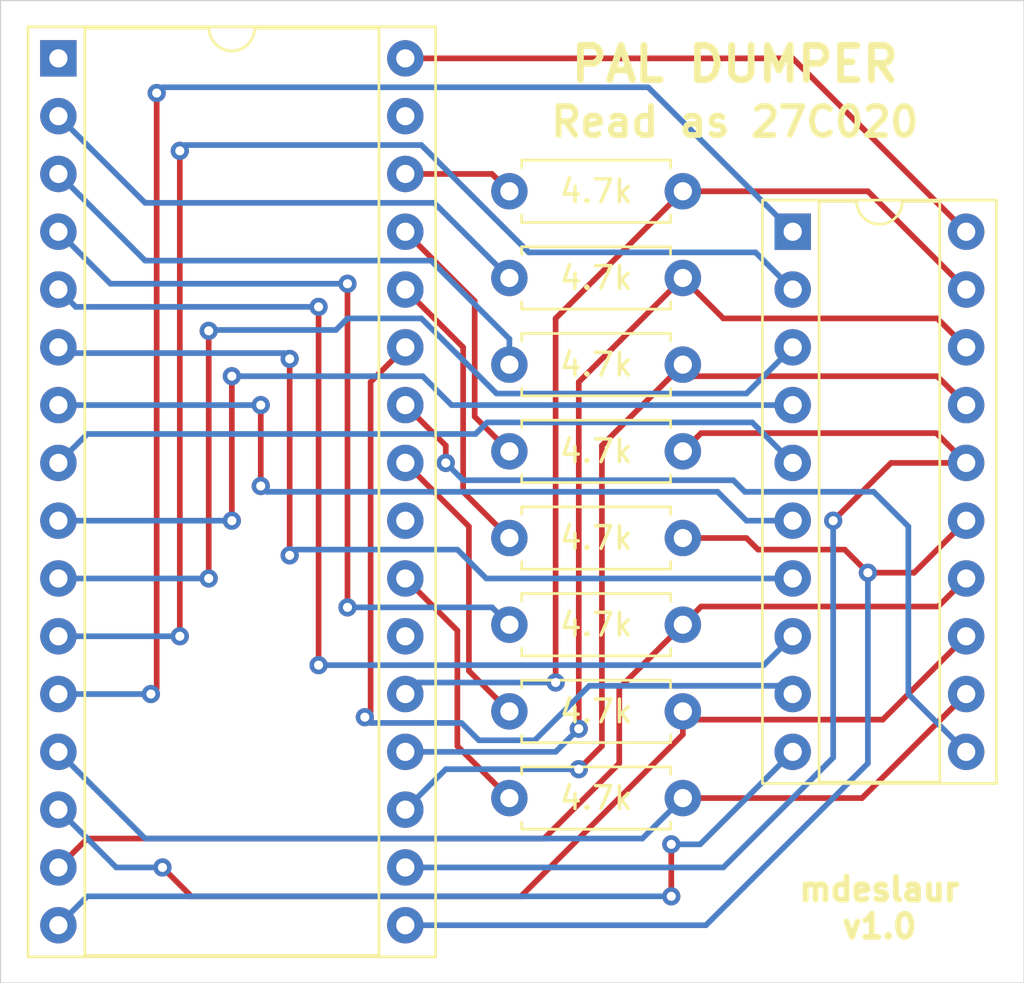
<source format=kicad_pcb>
(kicad_pcb (version 20171130) (host pcbnew 5.1.12-84ad8e8a86~92~ubuntu20.04.1)

  (general
    (thickness 1.6)
    (drawings 7)
    (tracks 192)
    (zones 0)
    (modules 10)
    (nets 33)
  )

  (page USLetter)
  (title_block
    (title "Pal Dumper")
    (date 2022-08-29)
    (rev v1.0)
    (company "Marc Deslauriers")
  )

  (layers
    (0 F.Cu signal)
    (31 B.Cu signal)
    (32 B.Adhes user)
    (33 F.Adhes user)
    (34 B.Paste user)
    (35 F.Paste user)
    (36 B.SilkS user)
    (37 F.SilkS user)
    (38 B.Mask user)
    (39 F.Mask user)
    (40 Dwgs.User user)
    (41 Cmts.User user)
    (42 Eco1.User user)
    (43 Eco2.User user)
    (44 Edge.Cuts user)
    (45 Margin user)
    (46 B.CrtYd user)
    (47 F.CrtYd user)
    (48 B.Fab user)
    (49 F.Fab user hide)
  )

  (setup
    (last_trace_width 0.25)
    (trace_clearance 0.2)
    (zone_clearance 0.508)
    (zone_45_only no)
    (trace_min 0.2)
    (via_size 0.8)
    (via_drill 0.4)
    (via_min_size 0.4)
    (via_min_drill 0.3)
    (uvia_size 0.3)
    (uvia_drill 0.1)
    (uvias_allowed no)
    (uvia_min_size 0.2)
    (uvia_min_drill 0.1)
    (edge_width 0.05)
    (segment_width 0.2)
    (pcb_text_width 0.3)
    (pcb_text_size 1.5 1.5)
    (mod_edge_width 0.12)
    (mod_text_size 1 1)
    (mod_text_width 0.15)
    (pad_size 1.524 1.524)
    (pad_drill 0.762)
    (pad_to_mask_clearance 0)
    (aux_axis_origin 0 0)
    (visible_elements FFFFFF7F)
    (pcbplotparams
      (layerselection 0x010fc_ffffffff)
      (usegerberextensions true)
      (usegerberattributes false)
      (usegerberadvancedattributes false)
      (creategerberjobfile false)
      (excludeedgelayer true)
      (linewidth 0.100000)
      (plotframeref false)
      (viasonmask false)
      (mode 1)
      (useauxorigin false)
      (hpglpennumber 1)
      (hpglpenspeed 20)
      (hpglpendiameter 15.000000)
      (psnegative false)
      (psa4output false)
      (plotreference true)
      (plotvalue false)
      (plotinvisibletext false)
      (padsonsilk false)
      (subtractmaskfromsilk true)
      (outputformat 1)
      (mirror false)
      (drillshape 0)
      (scaleselection 1)
      (outputdirectory "gerbers/"))
  )

  (net 0 "")
  (net 1 "Net-(R1-Pad2)")
  (net 2 "Net-(R1-Pad1)")
  (net 3 "Net-(R2-Pad2)")
  (net 4 "Net-(R2-Pad1)")
  (net 5 "Net-(R3-Pad2)")
  (net 6 "Net-(R3-Pad1)")
  (net 7 "Net-(R4-Pad2)")
  (net 8 "Net-(R4-Pad1)")
  (net 9 "Net-(R5-Pad2)")
  (net 10 "Net-(R5-Pad1)")
  (net 11 "Net-(R6-Pad2)")
  (net 12 "Net-(R6-Pad1)")
  (net 13 "Net-(R7-Pad2)")
  (net 14 "Net-(R7-Pad1)")
  (net 15 "Net-(R8-Pad2)")
  (net 16 "Net-(R8-Pad1)")
  (net 17 "Net-(U1-Pad32)")
  (net 18 "Net-(U1-Pad16)")
  (net 19 "Net-(U1-Pad31)")
  (net 20 "Net-(U1-Pad12)")
  (net 21 "Net-(U1-Pad27)")
  (net 22 "Net-(U1-Pad11)")
  (net 23 "Net-(U1-Pad26)")
  (net 24 "Net-(U1-Pad10)")
  (net 25 "Net-(U1-Pad9)")
  (net 26 "Net-(U1-Pad24)")
  (net 27 "Net-(U1-Pad8)")
  (net 28 "Net-(U1-Pad7)")
  (net 29 "Net-(U1-Pad22)")
  (net 30 "Net-(U1-Pad6)")
  (net 31 "Net-(U1-Pad5)")
  (net 32 "Net-(U1-Pad1)")

  (net_class Default "This is the default net class."
    (clearance 0.2)
    (trace_width 0.25)
    (via_dia 0.8)
    (via_drill 0.4)
    (uvia_dia 0.3)
    (uvia_drill 0.1)
    (add_net "Net-(R1-Pad1)")
    (add_net "Net-(R1-Pad2)")
    (add_net "Net-(R2-Pad1)")
    (add_net "Net-(R2-Pad2)")
    (add_net "Net-(R3-Pad1)")
    (add_net "Net-(R3-Pad2)")
    (add_net "Net-(R4-Pad1)")
    (add_net "Net-(R4-Pad2)")
    (add_net "Net-(R5-Pad1)")
    (add_net "Net-(R5-Pad2)")
    (add_net "Net-(R6-Pad1)")
    (add_net "Net-(R6-Pad2)")
    (add_net "Net-(R7-Pad1)")
    (add_net "Net-(R7-Pad2)")
    (add_net "Net-(R8-Pad1)")
    (add_net "Net-(R8-Pad2)")
    (add_net "Net-(U1-Pad1)")
    (add_net "Net-(U1-Pad10)")
    (add_net "Net-(U1-Pad11)")
    (add_net "Net-(U1-Pad12)")
    (add_net "Net-(U1-Pad16)")
    (add_net "Net-(U1-Pad22)")
    (add_net "Net-(U1-Pad24)")
    (add_net "Net-(U1-Pad26)")
    (add_net "Net-(U1-Pad27)")
    (add_net "Net-(U1-Pad31)")
    (add_net "Net-(U1-Pad32)")
    (add_net "Net-(U1-Pad5)")
    (add_net "Net-(U1-Pad6)")
    (add_net "Net-(U1-Pad7)")
    (add_net "Net-(U1-Pad8)")
    (add_net "Net-(U1-Pad9)")
  )

  (module Resistor_THT:R_Axial_DIN0207_L6.3mm_D2.5mm_P7.62mm_Horizontal (layer F.Cu) (tedit 5AE5139B) (tstamp 630D0807)
    (at 143.764 92.71 180)
    (descr "Resistor, Axial_DIN0207 series, Axial, Horizontal, pin pitch=7.62mm, 0.25W = 1/4W, length*diameter=6.3*2.5mm^2, http://cdn-reichelt.de/documents/datenblatt/B400/1_4W%23YAG.pdf")
    (tags "Resistor Axial_DIN0207 series Axial Horizontal pin pitch 7.62mm 0.25W = 1/4W length 6.3mm diameter 2.5mm")
    (path /630C889F)
    (fp_text reference R5 (at 3.81 0) (layer F.SilkS) hide
      (effects (font (size 1 1) (thickness 0.15)))
    )
    (fp_text value 4.7k (at 3.81 0) (layer F.SilkS)
      (effects (font (size 1 1) (thickness 0.15)))
    )
    (fp_line (start 8.67 -1.5) (end -1.05 -1.5) (layer F.CrtYd) (width 0.05))
    (fp_line (start 8.67 1.5) (end 8.67 -1.5) (layer F.CrtYd) (width 0.05))
    (fp_line (start -1.05 1.5) (end 8.67 1.5) (layer F.CrtYd) (width 0.05))
    (fp_line (start -1.05 -1.5) (end -1.05 1.5) (layer F.CrtYd) (width 0.05))
    (fp_line (start 7.08 1.37) (end 7.08 1.04) (layer F.SilkS) (width 0.12))
    (fp_line (start 0.54 1.37) (end 7.08 1.37) (layer F.SilkS) (width 0.12))
    (fp_line (start 0.54 1.04) (end 0.54 1.37) (layer F.SilkS) (width 0.12))
    (fp_line (start 7.08 -1.37) (end 7.08 -1.04) (layer F.SilkS) (width 0.12))
    (fp_line (start 0.54 -1.37) (end 7.08 -1.37) (layer F.SilkS) (width 0.12))
    (fp_line (start 0.54 -1.04) (end 0.54 -1.37) (layer F.SilkS) (width 0.12))
    (fp_line (start 7.62 0) (end 6.96 0) (layer F.Fab) (width 0.1))
    (fp_line (start 0 0) (end 0.66 0) (layer F.Fab) (width 0.1))
    (fp_line (start 6.96 -1.25) (end 0.66 -1.25) (layer F.Fab) (width 0.1))
    (fp_line (start 6.96 1.25) (end 6.96 -1.25) (layer F.Fab) (width 0.1))
    (fp_line (start 0.66 1.25) (end 6.96 1.25) (layer F.Fab) (width 0.1))
    (fp_line (start 0.66 -1.25) (end 0.66 1.25) (layer F.Fab) (width 0.1))
    (fp_text user %R (at 3.81 0) (layer F.Fab)
      (effects (font (size 1 1) (thickness 0.15)))
    )
    (pad 2 thru_hole oval (at 7.62 0 180) (size 1.6 1.6) (drill 0.8) (layers *.Cu *.Mask)
      (net 9 "Net-(R5-Pad2)"))
    (pad 1 thru_hole circle (at 0 0 180) (size 1.6 1.6) (drill 0.8) (layers *.Cu *.Mask)
      (net 10 "Net-(R5-Pad1)"))
    (model ${KISYS3DMOD}/Resistor_THT.3dshapes/R_Axial_DIN0207_L6.3mm_D2.5mm_P7.62mm_Horizontal.wrl
      (at (xyz 0 0 0))
      (scale (xyz 1 1 1))
      (rotate (xyz 0 0 0))
    )
  )

  (module Package_DIP:DIP-20_W7.62mm_Socket (layer F.Cu) (tedit 5A02E8C5) (tstamp 630D08B8)
    (at 148.59 83.058)
    (descr "20-lead though-hole mounted DIP package, row spacing 7.62 mm (300 mils), Socket")
    (tags "THT DIP DIL PDIP 2.54mm 7.62mm 300mil Socket")
    (path /630C180B)
    (fp_text reference U2 (at 3.81 1.778) (layer F.SilkS) hide
      (effects (font (size 1 1) (thickness 0.15)))
    )
    (fp_text value PAL16V8 (at 3.81 25.19) (layer F.Fab)
      (effects (font (size 1 1) (thickness 0.15)))
    )
    (fp_line (start 9.15 -1.6) (end -1.55 -1.6) (layer F.CrtYd) (width 0.05))
    (fp_line (start 9.15 24.45) (end 9.15 -1.6) (layer F.CrtYd) (width 0.05))
    (fp_line (start -1.55 24.45) (end 9.15 24.45) (layer F.CrtYd) (width 0.05))
    (fp_line (start -1.55 -1.6) (end -1.55 24.45) (layer F.CrtYd) (width 0.05))
    (fp_line (start 8.95 -1.39) (end -1.33 -1.39) (layer F.SilkS) (width 0.12))
    (fp_line (start 8.95 24.25) (end 8.95 -1.39) (layer F.SilkS) (width 0.12))
    (fp_line (start -1.33 24.25) (end 8.95 24.25) (layer F.SilkS) (width 0.12))
    (fp_line (start -1.33 -1.39) (end -1.33 24.25) (layer F.SilkS) (width 0.12))
    (fp_line (start 6.46 -1.33) (end 4.81 -1.33) (layer F.SilkS) (width 0.12))
    (fp_line (start 6.46 24.19) (end 6.46 -1.33) (layer F.SilkS) (width 0.12))
    (fp_line (start 1.16 24.19) (end 6.46 24.19) (layer F.SilkS) (width 0.12))
    (fp_line (start 1.16 -1.33) (end 1.16 24.19) (layer F.SilkS) (width 0.12))
    (fp_line (start 2.81 -1.33) (end 1.16 -1.33) (layer F.SilkS) (width 0.12))
    (fp_line (start 8.89 -1.33) (end -1.27 -1.33) (layer F.Fab) (width 0.1))
    (fp_line (start 8.89 24.19) (end 8.89 -1.33) (layer F.Fab) (width 0.1))
    (fp_line (start -1.27 24.19) (end 8.89 24.19) (layer F.Fab) (width 0.1))
    (fp_line (start -1.27 -1.33) (end -1.27 24.19) (layer F.Fab) (width 0.1))
    (fp_line (start 0.635 -0.27) (end 1.635 -1.27) (layer F.Fab) (width 0.1))
    (fp_line (start 0.635 24.13) (end 0.635 -0.27) (layer F.Fab) (width 0.1))
    (fp_line (start 6.985 24.13) (end 0.635 24.13) (layer F.Fab) (width 0.1))
    (fp_line (start 6.985 -1.27) (end 6.985 24.13) (layer F.Fab) (width 0.1))
    (fp_line (start 1.635 -1.27) (end 6.985 -1.27) (layer F.Fab) (width 0.1))
    (fp_text user %R (at 3.81 11.43) (layer F.Fab)
      (effects (font (size 1 1) (thickness 0.15)))
    )
    (fp_arc (start 3.81 -1.33) (end 2.81 -1.33) (angle -180) (layer F.SilkS) (width 0.12))
    (pad 20 thru_hole oval (at 7.62 0) (size 1.6 1.6) (drill 0.8) (layers *.Cu *.Mask)
      (net 17 "Net-(U1-Pad32)"))
    (pad 10 thru_hole oval (at 0 22.86) (size 1.6 1.6) (drill 0.8) (layers *.Cu *.Mask)
      (net 18 "Net-(U1-Pad16)"))
    (pad 19 thru_hole oval (at 7.62 2.54) (size 1.6 1.6) (drill 0.8) (layers *.Cu *.Mask)
      (net 16 "Net-(R8-Pad1)"))
    (pad 9 thru_hole oval (at 0 20.32) (size 1.6 1.6) (drill 0.8) (layers *.Cu *.Mask)
      (net 21 "Net-(U1-Pad27)"))
    (pad 18 thru_hole oval (at 7.62 5.08) (size 1.6 1.6) (drill 0.8) (layers *.Cu *.Mask)
      (net 14 "Net-(R7-Pad1)"))
    (pad 8 thru_hole oval (at 0 17.78) (size 1.6 1.6) (drill 0.8) (layers *.Cu *.Mask)
      (net 31 "Net-(U1-Pad5)"))
    (pad 17 thru_hole oval (at 7.62 7.62) (size 1.6 1.6) (drill 0.8) (layers *.Cu *.Mask)
      (net 12 "Net-(R6-Pad1)"))
    (pad 7 thru_hole oval (at 0 15.24) (size 1.6 1.6) (drill 0.8) (layers *.Cu *.Mask)
      (net 30 "Net-(U1-Pad6)"))
    (pad 16 thru_hole oval (at 7.62 10.16) (size 1.6 1.6) (drill 0.8) (layers *.Cu *.Mask)
      (net 10 "Net-(R5-Pad1)"))
    (pad 6 thru_hole oval (at 0 12.7) (size 1.6 1.6) (drill 0.8) (layers *.Cu *.Mask)
      (net 28 "Net-(U1-Pad7)"))
    (pad 15 thru_hole oval (at 7.62 12.7) (size 1.6 1.6) (drill 0.8) (layers *.Cu *.Mask)
      (net 8 "Net-(R4-Pad1)"))
    (pad 5 thru_hole oval (at 0 10.16) (size 1.6 1.6) (drill 0.8) (layers *.Cu *.Mask)
      (net 27 "Net-(U1-Pad8)"))
    (pad 14 thru_hole oval (at 7.62 15.24) (size 1.6 1.6) (drill 0.8) (layers *.Cu *.Mask)
      (net 6 "Net-(R3-Pad1)"))
    (pad 4 thru_hole oval (at 0 7.62) (size 1.6 1.6) (drill 0.8) (layers *.Cu *.Mask)
      (net 25 "Net-(U1-Pad9)"))
    (pad 13 thru_hole oval (at 7.62 17.78) (size 1.6 1.6) (drill 0.8) (layers *.Cu *.Mask)
      (net 4 "Net-(R2-Pad1)"))
    (pad 3 thru_hole oval (at 0 5.08) (size 1.6 1.6) (drill 0.8) (layers *.Cu *.Mask)
      (net 24 "Net-(U1-Pad10)"))
    (pad 12 thru_hole oval (at 7.62 20.32) (size 1.6 1.6) (drill 0.8) (layers *.Cu *.Mask)
      (net 2 "Net-(R1-Pad1)"))
    (pad 2 thru_hole oval (at 0 2.54) (size 1.6 1.6) (drill 0.8) (layers *.Cu *.Mask)
      (net 22 "Net-(U1-Pad11)"))
    (pad 11 thru_hole oval (at 7.62 22.86) (size 1.6 1.6) (drill 0.8) (layers *.Cu *.Mask)
      (net 23 "Net-(U1-Pad26)"))
    (pad 1 thru_hole rect (at 0 0) (size 1.6 1.6) (drill 0.8) (layers *.Cu *.Mask)
      (net 20 "Net-(U1-Pad12)"))
    (model ${KISYS3DMOD}/Package_DIP.3dshapes/DIP-20_W7.62mm_Socket.wrl
      (at (xyz 0 0 0))
      (scale (xyz 1 1 1))
      (rotate (xyz 0 0 0))
    )
  )

  (module Package_DIP:DIP-32_W15.24mm_Socket (layer F.Cu) (tedit 5A02E8C5) (tstamp 630D0888)
    (at 116.332 75.438)
    (descr "32-lead though-hole mounted DIP package, row spacing 15.24 mm (600 mils), Socket")
    (tags "THT DIP DIL PDIP 2.54mm 15.24mm 600mil Socket")
    (path /630C0A1F)
    (fp_text reference U1 (at 3.302 -0.254) (layer F.SilkS) hide
      (effects (font (size 1 1) (thickness 0.15)))
    )
    (fp_text value 27C020 (at 7.62 40.43) (layer F.Fab)
      (effects (font (size 1 1) (thickness 0.15)))
    )
    (fp_line (start 16.8 -1.6) (end -1.55 -1.6) (layer F.CrtYd) (width 0.05))
    (fp_line (start 16.8 39.7) (end 16.8 -1.6) (layer F.CrtYd) (width 0.05))
    (fp_line (start -1.55 39.7) (end 16.8 39.7) (layer F.CrtYd) (width 0.05))
    (fp_line (start -1.55 -1.6) (end -1.55 39.7) (layer F.CrtYd) (width 0.05))
    (fp_line (start 16.57 -1.39) (end -1.33 -1.39) (layer F.SilkS) (width 0.12))
    (fp_line (start 16.57 39.49) (end 16.57 -1.39) (layer F.SilkS) (width 0.12))
    (fp_line (start -1.33 39.49) (end 16.57 39.49) (layer F.SilkS) (width 0.12))
    (fp_line (start -1.33 -1.39) (end -1.33 39.49) (layer F.SilkS) (width 0.12))
    (fp_line (start 14.08 -1.33) (end 8.62 -1.33) (layer F.SilkS) (width 0.12))
    (fp_line (start 14.08 39.43) (end 14.08 -1.33) (layer F.SilkS) (width 0.12))
    (fp_line (start 1.16 39.43) (end 14.08 39.43) (layer F.SilkS) (width 0.12))
    (fp_line (start 1.16 -1.33) (end 1.16 39.43) (layer F.SilkS) (width 0.12))
    (fp_line (start 6.62 -1.33) (end 1.16 -1.33) (layer F.SilkS) (width 0.12))
    (fp_line (start 16.51 -1.33) (end -1.27 -1.33) (layer F.Fab) (width 0.1))
    (fp_line (start 16.51 39.43) (end 16.51 -1.33) (layer F.Fab) (width 0.1))
    (fp_line (start -1.27 39.43) (end 16.51 39.43) (layer F.Fab) (width 0.1))
    (fp_line (start -1.27 -1.33) (end -1.27 39.43) (layer F.Fab) (width 0.1))
    (fp_line (start 0.255 -0.27) (end 1.255 -1.27) (layer F.Fab) (width 0.1))
    (fp_line (start 0.255 39.37) (end 0.255 -0.27) (layer F.Fab) (width 0.1))
    (fp_line (start 14.985 39.37) (end 0.255 39.37) (layer F.Fab) (width 0.1))
    (fp_line (start 14.985 -1.27) (end 14.985 39.37) (layer F.Fab) (width 0.1))
    (fp_line (start 1.255 -1.27) (end 14.985 -1.27) (layer F.Fab) (width 0.1))
    (fp_text user %R (at 7.62 19.05) (layer F.Fab)
      (effects (font (size 1 1) (thickness 0.15)))
    )
    (fp_arc (start 7.62 -1.33) (end 6.62 -1.33) (angle -180) (layer F.SilkS) (width 0.12))
    (pad 32 thru_hole oval (at 15.24 0) (size 1.6 1.6) (drill 0.8) (layers *.Cu *.Mask)
      (net 17 "Net-(U1-Pad32)"))
    (pad 16 thru_hole oval (at 0 38.1) (size 1.6 1.6) (drill 0.8) (layers *.Cu *.Mask)
      (net 18 "Net-(U1-Pad16)"))
    (pad 31 thru_hole oval (at 15.24 2.54) (size 1.6 1.6) (drill 0.8) (layers *.Cu *.Mask)
      (net 19 "Net-(U1-Pad31)"))
    (pad 15 thru_hole oval (at 0 35.56) (size 1.6 1.6) (drill 0.8) (layers *.Cu *.Mask)
      (net 6 "Net-(R3-Pad1)"))
    (pad 30 thru_hole oval (at 15.24 5.08) (size 1.6 1.6) (drill 0.8) (layers *.Cu *.Mask)
      (net 15 "Net-(R8-Pad2)"))
    (pad 14 thru_hole oval (at 0 33.02) (size 1.6 1.6) (drill 0.8) (layers *.Cu *.Mask)
      (net 4 "Net-(R2-Pad1)"))
    (pad 29 thru_hole oval (at 15.24 7.62) (size 1.6 1.6) (drill 0.8) (layers *.Cu *.Mask)
      (net 9 "Net-(R5-Pad2)"))
    (pad 13 thru_hole oval (at 0 30.48) (size 1.6 1.6) (drill 0.8) (layers *.Cu *.Mask)
      (net 2 "Net-(R1-Pad1)"))
    (pad 28 thru_hole oval (at 15.24 10.16) (size 1.6 1.6) (drill 0.8) (layers *.Cu *.Mask)
      (net 7 "Net-(R4-Pad2)"))
    (pad 12 thru_hole oval (at 0 27.94) (size 1.6 1.6) (drill 0.8) (layers *.Cu *.Mask)
      (net 20 "Net-(U1-Pad12)"))
    (pad 27 thru_hole oval (at 15.24 12.7) (size 1.6 1.6) (drill 0.8) (layers *.Cu *.Mask)
      (net 21 "Net-(U1-Pad27)"))
    (pad 11 thru_hole oval (at 0 25.4) (size 1.6 1.6) (drill 0.8) (layers *.Cu *.Mask)
      (net 22 "Net-(U1-Pad11)"))
    (pad 26 thru_hole oval (at 15.24 15.24) (size 1.6 1.6) (drill 0.8) (layers *.Cu *.Mask)
      (net 23 "Net-(U1-Pad26)"))
    (pad 10 thru_hole oval (at 0 22.86) (size 1.6 1.6) (drill 0.8) (layers *.Cu *.Mask)
      (net 24 "Net-(U1-Pad10)"))
    (pad 25 thru_hole oval (at 15.24 17.78) (size 1.6 1.6) (drill 0.8) (layers *.Cu *.Mask)
      (net 3 "Net-(R2-Pad2)"))
    (pad 9 thru_hole oval (at 0 20.32) (size 1.6 1.6) (drill 0.8) (layers *.Cu *.Mask)
      (net 25 "Net-(U1-Pad9)"))
    (pad 24 thru_hole oval (at 15.24 20.32) (size 1.6 1.6) (drill 0.8) (layers *.Cu *.Mask)
      (net 26 "Net-(U1-Pad24)"))
    (pad 8 thru_hole oval (at 0 17.78) (size 1.6 1.6) (drill 0.8) (layers *.Cu *.Mask)
      (net 27 "Net-(U1-Pad8)"))
    (pad 23 thru_hole oval (at 15.24 22.86) (size 1.6 1.6) (drill 0.8) (layers *.Cu *.Mask)
      (net 1 "Net-(R1-Pad2)"))
    (pad 7 thru_hole oval (at 0 15.24) (size 1.6 1.6) (drill 0.8) (layers *.Cu *.Mask)
      (net 28 "Net-(U1-Pad7)"))
    (pad 22 thru_hole oval (at 15.24 25.4) (size 1.6 1.6) (drill 0.8) (layers *.Cu *.Mask)
      (net 29 "Net-(U1-Pad22)"))
    (pad 6 thru_hole oval (at 0 12.7) (size 1.6 1.6) (drill 0.8) (layers *.Cu *.Mask)
      (net 30 "Net-(U1-Pad6)"))
    (pad 21 thru_hole oval (at 15.24 27.94) (size 1.6 1.6) (drill 0.8) (layers *.Cu *.Mask)
      (net 16 "Net-(R8-Pad1)"))
    (pad 5 thru_hole oval (at 0 10.16) (size 1.6 1.6) (drill 0.8) (layers *.Cu *.Mask)
      (net 31 "Net-(U1-Pad5)"))
    (pad 20 thru_hole oval (at 15.24 30.48) (size 1.6 1.6) (drill 0.8) (layers *.Cu *.Mask)
      (net 14 "Net-(R7-Pad1)"))
    (pad 4 thru_hole oval (at 0 7.62) (size 1.6 1.6) (drill 0.8) (layers *.Cu *.Mask)
      (net 5 "Net-(R3-Pad2)"))
    (pad 19 thru_hole oval (at 15.24 33.02) (size 1.6 1.6) (drill 0.8) (layers *.Cu *.Mask)
      (net 12 "Net-(R6-Pad1)"))
    (pad 3 thru_hole oval (at 0 5.08) (size 1.6 1.6) (drill 0.8) (layers *.Cu *.Mask)
      (net 11 "Net-(R6-Pad2)"))
    (pad 18 thru_hole oval (at 15.24 35.56) (size 1.6 1.6) (drill 0.8) (layers *.Cu *.Mask)
      (net 10 "Net-(R5-Pad1)"))
    (pad 2 thru_hole oval (at 0 2.54) (size 1.6 1.6) (drill 0.8) (layers *.Cu *.Mask)
      (net 13 "Net-(R7-Pad2)"))
    (pad 17 thru_hole oval (at 15.24 38.1) (size 1.6 1.6) (drill 0.8) (layers *.Cu *.Mask)
      (net 8 "Net-(R4-Pad1)"))
    (pad 1 thru_hole rect (at 0 0) (size 1.6 1.6) (drill 0.8) (layers *.Cu *.Mask)
      (net 32 "Net-(U1-Pad1)"))
    (model ${KISYS3DMOD}/Package_DIP.3dshapes/DIP-32_W15.24mm_Socket.wrl
      (at (xyz 0 0 0))
      (scale (xyz 1 1 1))
      (rotate (xyz 0 0 0))
    )
  )

  (module Resistor_THT:R_Axial_DIN0207_L6.3mm_D2.5mm_P7.62mm_Horizontal (layer F.Cu) (tedit 5AE5139B) (tstamp 630D084C)
    (at 143.764 81.28 180)
    (descr "Resistor, Axial_DIN0207 series, Axial, Horizontal, pin pitch=7.62mm, 0.25W = 1/4W, length*diameter=6.3*2.5mm^2, http://cdn-reichelt.de/documents/datenblatt/B400/1_4W%23YAG.pdf")
    (tags "Resistor Axial_DIN0207 series Axial Horizontal pin pitch 7.62mm 0.25W = 1/4W length 6.3mm diameter 2.5mm")
    (path /630CB06C)
    (fp_text reference R8 (at 3.81 0) (layer F.SilkS) hide
      (effects (font (size 1 1) (thickness 0.15)))
    )
    (fp_text value 4.7k (at 3.81 0) (layer F.SilkS)
      (effects (font (size 1 1) (thickness 0.15)))
    )
    (fp_line (start 8.67 -1.5) (end -1.05 -1.5) (layer F.CrtYd) (width 0.05))
    (fp_line (start 8.67 1.5) (end 8.67 -1.5) (layer F.CrtYd) (width 0.05))
    (fp_line (start -1.05 1.5) (end 8.67 1.5) (layer F.CrtYd) (width 0.05))
    (fp_line (start -1.05 -1.5) (end -1.05 1.5) (layer F.CrtYd) (width 0.05))
    (fp_line (start 7.08 1.37) (end 7.08 1.04) (layer F.SilkS) (width 0.12))
    (fp_line (start 0.54 1.37) (end 7.08 1.37) (layer F.SilkS) (width 0.12))
    (fp_line (start 0.54 1.04) (end 0.54 1.37) (layer F.SilkS) (width 0.12))
    (fp_line (start 7.08 -1.37) (end 7.08 -1.04) (layer F.SilkS) (width 0.12))
    (fp_line (start 0.54 -1.37) (end 7.08 -1.37) (layer F.SilkS) (width 0.12))
    (fp_line (start 0.54 -1.04) (end 0.54 -1.37) (layer F.SilkS) (width 0.12))
    (fp_line (start 7.62 0) (end 6.96 0) (layer F.Fab) (width 0.1))
    (fp_line (start 0 0) (end 0.66 0) (layer F.Fab) (width 0.1))
    (fp_line (start 6.96 -1.25) (end 0.66 -1.25) (layer F.Fab) (width 0.1))
    (fp_line (start 6.96 1.25) (end 6.96 -1.25) (layer F.Fab) (width 0.1))
    (fp_line (start 0.66 1.25) (end 6.96 1.25) (layer F.Fab) (width 0.1))
    (fp_line (start 0.66 -1.25) (end 0.66 1.25) (layer F.Fab) (width 0.1))
    (fp_text user %R (at 3.81 0) (layer F.Fab)
      (effects (font (size 1 1) (thickness 0.15)))
    )
    (pad 2 thru_hole oval (at 7.62 0 180) (size 1.6 1.6) (drill 0.8) (layers *.Cu *.Mask)
      (net 15 "Net-(R8-Pad2)"))
    (pad 1 thru_hole circle (at 0 0 180) (size 1.6 1.6) (drill 0.8) (layers *.Cu *.Mask)
      (net 16 "Net-(R8-Pad1)"))
    (model ${KISYS3DMOD}/Resistor_THT.3dshapes/R_Axial_DIN0207_L6.3mm_D2.5mm_P7.62mm_Horizontal.wrl
      (at (xyz 0 0 0))
      (scale (xyz 1 1 1))
      (rotate (xyz 0 0 0))
    )
  )

  (module Resistor_THT:R_Axial_DIN0207_L6.3mm_D2.5mm_P7.62mm_Horizontal (layer F.Cu) (tedit 5AE5139B) (tstamp 630D0835)
    (at 143.764 85.09 180)
    (descr "Resistor, Axial_DIN0207 series, Axial, Horizontal, pin pitch=7.62mm, 0.25W = 1/4W, length*diameter=6.3*2.5mm^2, http://cdn-reichelt.de/documents/datenblatt/B400/1_4W%23YAG.pdf")
    (tags "Resistor Axial_DIN0207 series Axial Horizontal pin pitch 7.62mm 0.25W = 1/4W length 6.3mm diameter 2.5mm")
    (path /630C9031)
    (fp_text reference R7 (at 3.81 0) (layer F.SilkS) hide
      (effects (font (size 1 1) (thickness 0.15)))
    )
    (fp_text value 4.7k (at 3.81 0) (layer F.SilkS)
      (effects (font (size 1 1) (thickness 0.15)))
    )
    (fp_line (start 8.67 -1.5) (end -1.05 -1.5) (layer F.CrtYd) (width 0.05))
    (fp_line (start 8.67 1.5) (end 8.67 -1.5) (layer F.CrtYd) (width 0.05))
    (fp_line (start -1.05 1.5) (end 8.67 1.5) (layer F.CrtYd) (width 0.05))
    (fp_line (start -1.05 -1.5) (end -1.05 1.5) (layer F.CrtYd) (width 0.05))
    (fp_line (start 7.08 1.37) (end 7.08 1.04) (layer F.SilkS) (width 0.12))
    (fp_line (start 0.54 1.37) (end 7.08 1.37) (layer F.SilkS) (width 0.12))
    (fp_line (start 0.54 1.04) (end 0.54 1.37) (layer F.SilkS) (width 0.12))
    (fp_line (start 7.08 -1.37) (end 7.08 -1.04) (layer F.SilkS) (width 0.12))
    (fp_line (start 0.54 -1.37) (end 7.08 -1.37) (layer F.SilkS) (width 0.12))
    (fp_line (start 0.54 -1.04) (end 0.54 -1.37) (layer F.SilkS) (width 0.12))
    (fp_line (start 7.62 0) (end 6.96 0) (layer F.Fab) (width 0.1))
    (fp_line (start 0 0) (end 0.66 0) (layer F.Fab) (width 0.1))
    (fp_line (start 6.96 -1.25) (end 0.66 -1.25) (layer F.Fab) (width 0.1))
    (fp_line (start 6.96 1.25) (end 6.96 -1.25) (layer F.Fab) (width 0.1))
    (fp_line (start 0.66 1.25) (end 6.96 1.25) (layer F.Fab) (width 0.1))
    (fp_line (start 0.66 -1.25) (end 0.66 1.25) (layer F.Fab) (width 0.1))
    (fp_text user %R (at 3.81 0) (layer F.Fab)
      (effects (font (size 1 1) (thickness 0.15)))
    )
    (pad 2 thru_hole oval (at 7.62 0 180) (size 1.6 1.6) (drill 0.8) (layers *.Cu *.Mask)
      (net 13 "Net-(R7-Pad2)"))
    (pad 1 thru_hole circle (at 0 0 180) (size 1.6 1.6) (drill 0.8) (layers *.Cu *.Mask)
      (net 14 "Net-(R7-Pad1)"))
    (model ${KISYS3DMOD}/Resistor_THT.3dshapes/R_Axial_DIN0207_L6.3mm_D2.5mm_P7.62mm_Horizontal.wrl
      (at (xyz 0 0 0))
      (scale (xyz 1 1 1))
      (rotate (xyz 0 0 0))
    )
  )

  (module Resistor_THT:R_Axial_DIN0207_L6.3mm_D2.5mm_P7.62mm_Horizontal (layer F.Cu) (tedit 5AE5139B) (tstamp 630D081E)
    (at 143.764 88.9 180)
    (descr "Resistor, Axial_DIN0207 series, Axial, Horizontal, pin pitch=7.62mm, 0.25W = 1/4W, length*diameter=6.3*2.5mm^2, http://cdn-reichelt.de/documents/datenblatt/B400/1_4W%23YAG.pdf")
    (tags "Resistor Axial_DIN0207 series Axial Horizontal pin pitch 7.62mm 0.25W = 1/4W length 6.3mm diameter 2.5mm")
    (path /630C8AD5)
    (fp_text reference R6 (at 3.81 0) (layer F.SilkS) hide
      (effects (font (size 1 1) (thickness 0.15)))
    )
    (fp_text value 4.7k (at 3.81 0) (layer F.SilkS)
      (effects (font (size 1 1) (thickness 0.15)))
    )
    (fp_line (start 8.67 -1.5) (end -1.05 -1.5) (layer F.CrtYd) (width 0.05))
    (fp_line (start 8.67 1.5) (end 8.67 -1.5) (layer F.CrtYd) (width 0.05))
    (fp_line (start -1.05 1.5) (end 8.67 1.5) (layer F.CrtYd) (width 0.05))
    (fp_line (start -1.05 -1.5) (end -1.05 1.5) (layer F.CrtYd) (width 0.05))
    (fp_line (start 7.08 1.37) (end 7.08 1.04) (layer F.SilkS) (width 0.12))
    (fp_line (start 0.54 1.37) (end 7.08 1.37) (layer F.SilkS) (width 0.12))
    (fp_line (start 0.54 1.04) (end 0.54 1.37) (layer F.SilkS) (width 0.12))
    (fp_line (start 7.08 -1.37) (end 7.08 -1.04) (layer F.SilkS) (width 0.12))
    (fp_line (start 0.54 -1.37) (end 7.08 -1.37) (layer F.SilkS) (width 0.12))
    (fp_line (start 0.54 -1.04) (end 0.54 -1.37) (layer F.SilkS) (width 0.12))
    (fp_line (start 7.62 0) (end 6.96 0) (layer F.Fab) (width 0.1))
    (fp_line (start 0 0) (end 0.66 0) (layer F.Fab) (width 0.1))
    (fp_line (start 6.96 -1.25) (end 0.66 -1.25) (layer F.Fab) (width 0.1))
    (fp_line (start 6.96 1.25) (end 6.96 -1.25) (layer F.Fab) (width 0.1))
    (fp_line (start 0.66 1.25) (end 6.96 1.25) (layer F.Fab) (width 0.1))
    (fp_line (start 0.66 -1.25) (end 0.66 1.25) (layer F.Fab) (width 0.1))
    (fp_text user %R (at 3.81 0) (layer F.Fab)
      (effects (font (size 1 1) (thickness 0.15)))
    )
    (pad 2 thru_hole oval (at 7.62 0 180) (size 1.6 1.6) (drill 0.8) (layers *.Cu *.Mask)
      (net 11 "Net-(R6-Pad2)"))
    (pad 1 thru_hole circle (at 0 0 180) (size 1.6 1.6) (drill 0.8) (layers *.Cu *.Mask)
      (net 12 "Net-(R6-Pad1)"))
    (model ${KISYS3DMOD}/Resistor_THT.3dshapes/R_Axial_DIN0207_L6.3mm_D2.5mm_P7.62mm_Horizontal.wrl
      (at (xyz 0 0 0))
      (scale (xyz 1 1 1))
      (rotate (xyz 0 0 0))
    )
  )

  (module Resistor_THT:R_Axial_DIN0207_L6.3mm_D2.5mm_P7.62mm_Horizontal (layer F.Cu) (tedit 5AE5139B) (tstamp 630D07F0)
    (at 143.764 96.52 180)
    (descr "Resistor, Axial_DIN0207 series, Axial, Horizontal, pin pitch=7.62mm, 0.25W = 1/4W, length*diameter=6.3*2.5mm^2, http://cdn-reichelt.de/documents/datenblatt/B400/1_4W%23YAG.pdf")
    (tags "Resistor Axial_DIN0207 series Axial Horizontal pin pitch 7.62mm 0.25W = 1/4W length 6.3mm diameter 2.5mm")
    (path /630C862E)
    (fp_text reference R4 (at 3.81 0) (layer F.SilkS) hide
      (effects (font (size 1 1) (thickness 0.15)))
    )
    (fp_text value 4.7k (at 3.81 0) (layer F.SilkS)
      (effects (font (size 1 1) (thickness 0.15)))
    )
    (fp_line (start 8.67 -1.5) (end -1.05 -1.5) (layer F.CrtYd) (width 0.05))
    (fp_line (start 8.67 1.5) (end 8.67 -1.5) (layer F.CrtYd) (width 0.05))
    (fp_line (start -1.05 1.5) (end 8.67 1.5) (layer F.CrtYd) (width 0.05))
    (fp_line (start -1.05 -1.5) (end -1.05 1.5) (layer F.CrtYd) (width 0.05))
    (fp_line (start 7.08 1.37) (end 7.08 1.04) (layer F.SilkS) (width 0.12))
    (fp_line (start 0.54 1.37) (end 7.08 1.37) (layer F.SilkS) (width 0.12))
    (fp_line (start 0.54 1.04) (end 0.54 1.37) (layer F.SilkS) (width 0.12))
    (fp_line (start 7.08 -1.37) (end 7.08 -1.04) (layer F.SilkS) (width 0.12))
    (fp_line (start 0.54 -1.37) (end 7.08 -1.37) (layer F.SilkS) (width 0.12))
    (fp_line (start 0.54 -1.04) (end 0.54 -1.37) (layer F.SilkS) (width 0.12))
    (fp_line (start 7.62 0) (end 6.96 0) (layer F.Fab) (width 0.1))
    (fp_line (start 0 0) (end 0.66 0) (layer F.Fab) (width 0.1))
    (fp_line (start 6.96 -1.25) (end 0.66 -1.25) (layer F.Fab) (width 0.1))
    (fp_line (start 6.96 1.25) (end 6.96 -1.25) (layer F.Fab) (width 0.1))
    (fp_line (start 0.66 1.25) (end 6.96 1.25) (layer F.Fab) (width 0.1))
    (fp_line (start 0.66 -1.25) (end 0.66 1.25) (layer F.Fab) (width 0.1))
    (fp_text user %R (at 3.81 0) (layer F.Fab)
      (effects (font (size 1 1) (thickness 0.15)))
    )
    (pad 2 thru_hole oval (at 7.62 0 180) (size 1.6 1.6) (drill 0.8) (layers *.Cu *.Mask)
      (net 7 "Net-(R4-Pad2)"))
    (pad 1 thru_hole circle (at 0 0 180) (size 1.6 1.6) (drill 0.8) (layers *.Cu *.Mask)
      (net 8 "Net-(R4-Pad1)"))
    (model ${KISYS3DMOD}/Resistor_THT.3dshapes/R_Axial_DIN0207_L6.3mm_D2.5mm_P7.62mm_Horizontal.wrl
      (at (xyz 0 0 0))
      (scale (xyz 1 1 1))
      (rotate (xyz 0 0 0))
    )
  )

  (module Resistor_THT:R_Axial_DIN0207_L6.3mm_D2.5mm_P7.62mm_Horizontal (layer F.Cu) (tedit 5AE5139B) (tstamp 630D07D9)
    (at 143.764 100.33 180)
    (descr "Resistor, Axial_DIN0207 series, Axial, Horizontal, pin pitch=7.62mm, 0.25W = 1/4W, length*diameter=6.3*2.5mm^2, http://cdn-reichelt.de/documents/datenblatt/B400/1_4W%23YAG.pdf")
    (tags "Resistor Axial_DIN0207 series Axial Horizontal pin pitch 7.62mm 0.25W = 1/4W length 6.3mm diameter 2.5mm")
    (path /630C82F0)
    (fp_text reference R3 (at 3.81 0) (layer F.SilkS) hide
      (effects (font (size 1 1) (thickness 0.15)))
    )
    (fp_text value 4.7k (at 3.81 0) (layer F.SilkS)
      (effects (font (size 1 1) (thickness 0.15)))
    )
    (fp_line (start 8.67 -1.5) (end -1.05 -1.5) (layer F.CrtYd) (width 0.05))
    (fp_line (start 8.67 1.5) (end 8.67 -1.5) (layer F.CrtYd) (width 0.05))
    (fp_line (start -1.05 1.5) (end 8.67 1.5) (layer F.CrtYd) (width 0.05))
    (fp_line (start -1.05 -1.5) (end -1.05 1.5) (layer F.CrtYd) (width 0.05))
    (fp_line (start 7.08 1.37) (end 7.08 1.04) (layer F.SilkS) (width 0.12))
    (fp_line (start 0.54 1.37) (end 7.08 1.37) (layer F.SilkS) (width 0.12))
    (fp_line (start 0.54 1.04) (end 0.54 1.37) (layer F.SilkS) (width 0.12))
    (fp_line (start 7.08 -1.37) (end 7.08 -1.04) (layer F.SilkS) (width 0.12))
    (fp_line (start 0.54 -1.37) (end 7.08 -1.37) (layer F.SilkS) (width 0.12))
    (fp_line (start 0.54 -1.04) (end 0.54 -1.37) (layer F.SilkS) (width 0.12))
    (fp_line (start 7.62 0) (end 6.96 0) (layer F.Fab) (width 0.1))
    (fp_line (start 0 0) (end 0.66 0) (layer F.Fab) (width 0.1))
    (fp_line (start 6.96 -1.25) (end 0.66 -1.25) (layer F.Fab) (width 0.1))
    (fp_line (start 6.96 1.25) (end 6.96 -1.25) (layer F.Fab) (width 0.1))
    (fp_line (start 0.66 1.25) (end 6.96 1.25) (layer F.Fab) (width 0.1))
    (fp_line (start 0.66 -1.25) (end 0.66 1.25) (layer F.Fab) (width 0.1))
    (fp_text user %R (at 3.81 0) (layer F.Fab)
      (effects (font (size 1 1) (thickness 0.15)))
    )
    (pad 2 thru_hole oval (at 7.62 0 180) (size 1.6 1.6) (drill 0.8) (layers *.Cu *.Mask)
      (net 5 "Net-(R3-Pad2)"))
    (pad 1 thru_hole circle (at 0 0 180) (size 1.6 1.6) (drill 0.8) (layers *.Cu *.Mask)
      (net 6 "Net-(R3-Pad1)"))
    (model ${KISYS3DMOD}/Resistor_THT.3dshapes/R_Axial_DIN0207_L6.3mm_D2.5mm_P7.62mm_Horizontal.wrl
      (at (xyz 0 0 0))
      (scale (xyz 1 1 1))
      (rotate (xyz 0 0 0))
    )
  )

  (module Resistor_THT:R_Axial_DIN0207_L6.3mm_D2.5mm_P7.62mm_Horizontal (layer F.Cu) (tedit 5AE5139B) (tstamp 630D07C2)
    (at 143.764 104.14 180)
    (descr "Resistor, Axial_DIN0207 series, Axial, Horizontal, pin pitch=7.62mm, 0.25W = 1/4W, length*diameter=6.3*2.5mm^2, http://cdn-reichelt.de/documents/datenblatt/B400/1_4W%23YAG.pdf")
    (tags "Resistor Axial_DIN0207 series Axial Horizontal pin pitch 7.62mm 0.25W = 1/4W length 6.3mm diameter 2.5mm")
    (path /630C7721)
    (fp_text reference R2 (at 3.81 0) (layer F.SilkS) hide
      (effects (font (size 1 1) (thickness 0.15)))
    )
    (fp_text value 4.7k (at 3.81 0) (layer F.SilkS)
      (effects (font (size 1 1) (thickness 0.15)))
    )
    (fp_line (start 8.67 -1.5) (end -1.05 -1.5) (layer F.CrtYd) (width 0.05))
    (fp_line (start 8.67 1.5) (end 8.67 -1.5) (layer F.CrtYd) (width 0.05))
    (fp_line (start -1.05 1.5) (end 8.67 1.5) (layer F.CrtYd) (width 0.05))
    (fp_line (start -1.05 -1.5) (end -1.05 1.5) (layer F.CrtYd) (width 0.05))
    (fp_line (start 7.08 1.37) (end 7.08 1.04) (layer F.SilkS) (width 0.12))
    (fp_line (start 0.54 1.37) (end 7.08 1.37) (layer F.SilkS) (width 0.12))
    (fp_line (start 0.54 1.04) (end 0.54 1.37) (layer F.SilkS) (width 0.12))
    (fp_line (start 7.08 -1.37) (end 7.08 -1.04) (layer F.SilkS) (width 0.12))
    (fp_line (start 0.54 -1.37) (end 7.08 -1.37) (layer F.SilkS) (width 0.12))
    (fp_line (start 0.54 -1.04) (end 0.54 -1.37) (layer F.SilkS) (width 0.12))
    (fp_line (start 7.62 0) (end 6.96 0) (layer F.Fab) (width 0.1))
    (fp_line (start 0 0) (end 0.66 0) (layer F.Fab) (width 0.1))
    (fp_line (start 6.96 -1.25) (end 0.66 -1.25) (layer F.Fab) (width 0.1))
    (fp_line (start 6.96 1.25) (end 6.96 -1.25) (layer F.Fab) (width 0.1))
    (fp_line (start 0.66 1.25) (end 6.96 1.25) (layer F.Fab) (width 0.1))
    (fp_line (start 0.66 -1.25) (end 0.66 1.25) (layer F.Fab) (width 0.1))
    (fp_text user %R (at 3.81 0) (layer F.Fab)
      (effects (font (size 1 1) (thickness 0.15)))
    )
    (pad 2 thru_hole oval (at 7.62 0 180) (size 1.6 1.6) (drill 0.8) (layers *.Cu *.Mask)
      (net 3 "Net-(R2-Pad2)"))
    (pad 1 thru_hole circle (at 0 0 180) (size 1.6 1.6) (drill 0.8) (layers *.Cu *.Mask)
      (net 4 "Net-(R2-Pad1)"))
    (model ${KISYS3DMOD}/Resistor_THT.3dshapes/R_Axial_DIN0207_L6.3mm_D2.5mm_P7.62mm_Horizontal.wrl
      (at (xyz 0 0 0))
      (scale (xyz 1 1 1))
      (rotate (xyz 0 0 0))
    )
  )

  (module Resistor_THT:R_Axial_DIN0207_L6.3mm_D2.5mm_P7.62mm_Horizontal (layer F.Cu) (tedit 5AE5139B) (tstamp 630D07AB)
    (at 143.764 107.95 180)
    (descr "Resistor, Axial_DIN0207 series, Axial, Horizontal, pin pitch=7.62mm, 0.25W = 1/4W, length*diameter=6.3*2.5mm^2, http://cdn-reichelt.de/documents/datenblatt/B400/1_4W%23YAG.pdf")
    (tags "Resistor Axial_DIN0207 series Axial Horizontal pin pitch 7.62mm 0.25W = 1/4W length 6.3mm diameter 2.5mm")
    (path /630C7046)
    (fp_text reference R1 (at 3.81 0) (layer F.SilkS) hide
      (effects (font (size 1 1) (thickness 0.15)))
    )
    (fp_text value 4.7k (at 3.81 0) (layer F.SilkS)
      (effects (font (size 1 1) (thickness 0.15)))
    )
    (fp_line (start 8.67 -1.5) (end -1.05 -1.5) (layer F.CrtYd) (width 0.05))
    (fp_line (start 8.67 1.5) (end 8.67 -1.5) (layer F.CrtYd) (width 0.05))
    (fp_line (start -1.05 1.5) (end 8.67 1.5) (layer F.CrtYd) (width 0.05))
    (fp_line (start -1.05 -1.5) (end -1.05 1.5) (layer F.CrtYd) (width 0.05))
    (fp_line (start 7.08 1.37) (end 7.08 1.04) (layer F.SilkS) (width 0.12))
    (fp_line (start 0.54 1.37) (end 7.08 1.37) (layer F.SilkS) (width 0.12))
    (fp_line (start 0.54 1.04) (end 0.54 1.37) (layer F.SilkS) (width 0.12))
    (fp_line (start 7.08 -1.37) (end 7.08 -1.04) (layer F.SilkS) (width 0.12))
    (fp_line (start 0.54 -1.37) (end 7.08 -1.37) (layer F.SilkS) (width 0.12))
    (fp_line (start 0.54 -1.04) (end 0.54 -1.37) (layer F.SilkS) (width 0.12))
    (fp_line (start 7.62 0) (end 6.96 0) (layer F.Fab) (width 0.1))
    (fp_line (start 0 0) (end 0.66 0) (layer F.Fab) (width 0.1))
    (fp_line (start 6.96 -1.25) (end 0.66 -1.25) (layer F.Fab) (width 0.1))
    (fp_line (start 6.96 1.25) (end 6.96 -1.25) (layer F.Fab) (width 0.1))
    (fp_line (start 0.66 1.25) (end 6.96 1.25) (layer F.Fab) (width 0.1))
    (fp_line (start 0.66 -1.25) (end 0.66 1.25) (layer F.Fab) (width 0.1))
    (fp_text user %R (at 3.81 0) (layer F.Fab)
      (effects (font (size 1 1) (thickness 0.15)))
    )
    (pad 2 thru_hole oval (at 7.62 0 180) (size 1.6 1.6) (drill 0.8) (layers *.Cu *.Mask)
      (net 1 "Net-(R1-Pad2)"))
    (pad 1 thru_hole circle (at 0 0 180) (size 1.6 1.6) (drill 0.8) (layers *.Cu *.Mask)
      (net 2 "Net-(R1-Pad1)"))
    (model ${KISYS3DMOD}/Resistor_THT.3dshapes/R_Axial_DIN0207_L6.3mm_D2.5mm_P7.62mm_Horizontal.wrl
      (at (xyz 0 0 0))
      (scale (xyz 1 1 1))
      (rotate (xyz 0 0 0))
    )
  )

  (gr_line (start 113.792 116.078) (end 113.792 72.898) (layer Edge.Cuts) (width 0.05) (tstamp 6327A4D5))
  (gr_line (start 158.75 116.078) (end 113.792 116.078) (layer Edge.Cuts) (width 0.05))
  (gr_line (start 158.75 72.898) (end 158.75 116.078) (layer Edge.Cuts) (width 0.05))
  (gr_line (start 113.792 72.898) (end 158.75 72.898) (layer Edge.Cuts) (width 0.05))
  (gr_text "Read as 27C020" (at 146.05 78.232) (layer F.SilkS)
    (effects (font (size 1.27 1.27) (thickness 0.254)))
  )
  (gr_text "mdeslaur\nv1.0" (at 152.4 112.776) (layer F.SilkS)
    (effects (font (size 1.016 1.016) (thickness 0.254)))
  )
  (gr_text "PAL DUMPER" (at 146.05 75.692) (layer F.SilkS)
    (effects (font (size 1.5 1.5) (thickness 0.3)))
  )

  (segment (start 131.572 98.298) (end 133.858 100.584) (width 0.25) (layer F.Cu) (net 1))
  (segment (start 133.858 105.664) (end 136.144 107.95) (width 0.25) (layer F.Cu) (net 1))
  (segment (start 133.858 100.584) (end 133.858 105.664) (width 0.25) (layer F.Cu) (net 1))
  (segment (start 151.638 107.95) (end 156.21 103.378) (width 0.25) (layer F.Cu) (net 2))
  (segment (start 143.764 107.95) (end 151.638 107.95) (width 0.25) (layer F.Cu) (net 2))
  (segment (start 141.986 109.728) (end 143.764 107.95) (width 0.25) (layer B.Cu) (net 2))
  (segment (start 120.142 109.728) (end 141.986 109.728) (width 0.25) (layer B.Cu) (net 2))
  (segment (start 116.332 105.918) (end 120.142 109.728) (width 0.25) (layer B.Cu) (net 2))
  (segment (start 131.572 93.218) (end 134.366 96.012) (width 0.25) (layer F.Cu) (net 3))
  (segment (start 134.366 102.362) (end 136.144 104.14) (width 0.25) (layer F.Cu) (net 3))
  (segment (start 134.366 96.012) (end 134.366 102.362) (width 0.25) (layer F.Cu) (net 3))
  (segment (start 152.544999 104.503001) (end 156.21 100.838) (width 0.25) (layer F.Cu) (net 4))
  (segment (start 144.127001 104.503001) (end 152.544999 104.503001) (width 0.25) (layer F.Cu) (net 4))
  (segment (start 143.764 104.14) (end 144.127001 104.503001) (width 0.25) (layer F.Cu) (net 4))
  (segment (start 116.332 108.458) (end 118.872 110.998) (width 0.25) (layer B.Cu) (net 4))
  (via (at 120.904 110.998) (size 0.8) (drill 0.4) (layers F.Cu B.Cu) (net 4))
  (segment (start 118.872 110.998) (end 120.904 110.998) (width 0.25) (layer B.Cu) (net 4))
  (segment (start 143.764 105.156) (end 143.764 104.14) (width 0.25) (layer F.Cu) (net 4))
  (segment (start 136.652 112.268) (end 143.764 105.156) (width 0.25) (layer F.Cu) (net 4))
  (segment (start 122.174 112.268) (end 136.652 112.268) (width 0.25) (layer F.Cu) (net 4))
  (segment (start 120.904 110.998) (end 122.174 112.268) (width 0.25) (layer F.Cu) (net 4))
  (segment (start 116.332 83.058) (end 118.618 85.344) (width 0.25) (layer B.Cu) (net 5))
  (segment (start 118.618 85.344) (end 129.032 85.344) (width 0.25) (layer B.Cu) (net 5))
  (via (at 129.032 85.344) (size 0.8) (drill 0.4) (layers F.Cu B.Cu) (net 5))
  (segment (start 129.032 85.344) (end 129.032 99.568) (width 0.25) (layer F.Cu) (net 5))
  (via (at 129.032 99.568) (size 0.8) (drill 0.4) (layers F.Cu B.Cu) (net 5))
  (segment (start 135.382 99.568) (end 136.144 100.33) (width 0.25) (layer B.Cu) (net 5))
  (segment (start 129.032 99.568) (end 135.382 99.568) (width 0.25) (layer B.Cu) (net 5))
  (segment (start 154.977999 99.530001) (end 156.21 98.298) (width 0.25) (layer F.Cu) (net 6))
  (segment (start 144.563999 99.530001) (end 154.977999 99.530001) (width 0.25) (layer F.Cu) (net 6))
  (segment (start 143.764 100.33) (end 144.563999 99.530001) (width 0.25) (layer F.Cu) (net 6))
  (segment (start 137.668 109.728) (end 117.602 109.728) (width 0.25) (layer F.Cu) (net 6))
  (segment (start 117.602 109.728) (end 116.332 110.998) (width 0.25) (layer F.Cu) (net 6))
  (segment (start 140.97 106.426) (end 137.668 109.728) (width 0.25) (layer F.Cu) (net 6))
  (segment (start 140.97 103.124) (end 140.97 106.426) (width 0.25) (layer F.Cu) (net 6))
  (segment (start 143.764 100.33) (end 140.97 103.124) (width 0.25) (layer F.Cu) (net 6))
  (segment (start 131.572 85.598) (end 134.112 88.138) (width 0.25) (layer F.Cu) (net 7))
  (segment (start 134.112 94.488) (end 136.144 96.52) (width 0.25) (layer F.Cu) (net 7))
  (segment (start 134.112 88.138) (end 134.112 94.488) (width 0.25) (layer F.Cu) (net 7))
  (segment (start 156.21 95.758) (end 153.924 98.044) (width 0.25) (layer F.Cu) (net 8))
  (via (at 151.892 98.044) (size 0.8) (drill 0.4) (layers F.Cu B.Cu) (net 8))
  (segment (start 153.924 98.044) (end 151.892 98.044) (width 0.25) (layer F.Cu) (net 8))
  (segment (start 144.78 113.538) (end 131.572 113.538) (width 0.25) (layer B.Cu) (net 8))
  (segment (start 151.892 106.426) (end 144.78 113.538) (width 0.25) (layer B.Cu) (net 8))
  (segment (start 151.892 98.044) (end 151.892 106.426) (width 0.25) (layer B.Cu) (net 8))
  (segment (start 150.876 97.028) (end 151.892 98.044) (width 0.25) (layer F.Cu) (net 8))
  (segment (start 147.066 97.028) (end 150.876 97.028) (width 0.25) (layer F.Cu) (net 8))
  (segment (start 146.558 96.52) (end 147.066 97.028) (width 0.25) (layer F.Cu) (net 8))
  (segment (start 143.764 96.52) (end 146.558 96.52) (width 0.25) (layer F.Cu) (net 8))
  (segment (start 131.572 83.058) (end 134.62 86.106) (width 0.25) (layer F.Cu) (net 9))
  (segment (start 134.62 91.186) (end 136.144 92.71) (width 0.25) (layer F.Cu) (net 9))
  (segment (start 134.62 86.106) (end 134.62 91.186) (width 0.25) (layer F.Cu) (net 9))
  (segment (start 154.902001 91.910001) (end 156.21 93.218) (width 0.25) (layer F.Cu) (net 10))
  (segment (start 144.563999 91.910001) (end 154.902001 91.910001) (width 0.25) (layer F.Cu) (net 10))
  (segment (start 143.764 92.71) (end 144.563999 91.910001) (width 0.25) (layer F.Cu) (net 10))
  (segment (start 156.21 93.218) (end 152.908 93.218) (width 0.25) (layer F.Cu) (net 10))
  (via (at 150.368 95.758) (size 0.8) (drill 0.4) (layers F.Cu B.Cu) (net 10))
  (segment (start 152.908 93.218) (end 150.368 95.758) (width 0.25) (layer F.Cu) (net 10))
  (segment (start 145.542 110.998) (end 131.572 110.998) (width 0.25) (layer B.Cu) (net 10))
  (segment (start 150.368 106.172) (end 145.542 110.998) (width 0.25) (layer B.Cu) (net 10))
  (segment (start 150.368 95.758) (end 150.368 106.172) (width 0.25) (layer B.Cu) (net 10))
  (segment (start 136.144 87.76863) (end 136.144 88.9) (width 0.25) (layer B.Cu) (net 11))
  (segment (start 132.70337 84.328) (end 136.144 87.76863) (width 0.25) (layer B.Cu) (net 11))
  (segment (start 120.142 84.328) (end 132.70337 84.328) (width 0.25) (layer B.Cu) (net 11))
  (segment (start 116.332 80.518) (end 120.142 84.328) (width 0.25) (layer B.Cu) (net 11))
  (via (at 139.192 106.68) (size 0.8) (drill 0.4) (layers F.Cu B.Cu) (net 12))
  (segment (start 139.192 106.68) (end 140.208 105.664) (width 0.25) (layer F.Cu) (net 12))
  (segment (start 140.208 92.456) (end 143.764 88.9) (width 0.25) (layer F.Cu) (net 12))
  (segment (start 140.208 105.664) (end 140.208 92.456) (width 0.25) (layer F.Cu) (net 12))
  (segment (start 133.35 106.68) (end 139.192 106.68) (width 0.25) (layer B.Cu) (net 12))
  (segment (start 131.572 108.458) (end 133.35 106.68) (width 0.25) (layer B.Cu) (net 12))
  (segment (start 154.94 89.408) (end 156.21 90.678) (width 0.25) (layer F.Cu) (net 12))
  (segment (start 144.272 89.408) (end 154.94 89.408) (width 0.25) (layer F.Cu) (net 12))
  (segment (start 143.764 88.9) (end 144.272 89.408) (width 0.25) (layer F.Cu) (net 12))
  (segment (start 132.842 81.788) (end 136.144 85.09) (width 0.25) (layer B.Cu) (net 13))
  (segment (start 120.142 81.788) (end 132.842 81.788) (width 0.25) (layer B.Cu) (net 13))
  (segment (start 116.332 77.978) (end 120.142 81.788) (width 0.25) (layer B.Cu) (net 13))
  (via (at 139.192 104.902) (size 0.8) (drill 0.4) (layers F.Cu B.Cu) (net 14))
  (segment (start 143.764 85.09) (end 139.192 89.662) (width 0.25) (layer F.Cu) (net 14))
  (segment (start 139.192 89.662) (end 139.192 104.902) (width 0.25) (layer F.Cu) (net 14))
  (segment (start 154.94 86.868) (end 156.21 88.138) (width 0.25) (layer F.Cu) (net 14))
  (segment (start 145.542 86.868) (end 154.94 86.868) (width 0.25) (layer F.Cu) (net 14))
  (segment (start 143.764 85.09) (end 145.542 86.868) (width 0.25) (layer F.Cu) (net 14))
  (segment (start 138.176 105.918) (end 139.192 104.902) (width 0.25) (layer B.Cu) (net 14))
  (segment (start 131.572 105.918) (end 138.176 105.918) (width 0.25) (layer B.Cu) (net 14))
  (segment (start 135.382 80.518) (end 136.144 81.28) (width 0.25) (layer F.Cu) (net 15))
  (segment (start 131.572 80.518) (end 135.382 80.518) (width 0.25) (layer F.Cu) (net 15))
  (segment (start 151.892 81.28) (end 156.21 85.598) (width 0.25) (layer F.Cu) (net 16))
  (segment (start 143.764 81.28) (end 151.892 81.28) (width 0.25) (layer F.Cu) (net 16))
  (via (at 138.176 102.87) (size 0.8) (drill 0.4) (layers F.Cu B.Cu) (net 16))
  (segment (start 132.08 102.87) (end 138.176 102.87) (width 0.25) (layer B.Cu) (net 16))
  (segment (start 131.572 103.378) (end 132.08 102.87) (width 0.25) (layer B.Cu) (net 16))
  (segment (start 138.176 86.868) (end 143.764 81.28) (width 0.25) (layer F.Cu) (net 16))
  (segment (start 138.176 102.87) (end 138.176 86.868) (width 0.25) (layer F.Cu) (net 16))
  (segment (start 148.59 75.438) (end 156.21 83.058) (width 0.25) (layer F.Cu) (net 17))
  (segment (start 131.572 75.438) (end 148.59 75.438) (width 0.25) (layer F.Cu) (net 17))
  (segment (start 148.59 105.918) (end 144.526 109.982) (width 0.25) (layer B.Cu) (net 18))
  (via (at 143.256 109.982) (size 0.8) (drill 0.4) (layers F.Cu B.Cu) (net 18))
  (segment (start 144.526 109.982) (end 143.256 109.982) (width 0.25) (layer B.Cu) (net 18))
  (segment (start 117.602 112.268) (end 143.256 112.268) (width 0.25) (layer B.Cu) (net 18))
  (via (at 143.256 112.268) (size 0.8) (drill 0.4) (layers F.Cu B.Cu) (net 18))
  (segment (start 116.332 113.538) (end 117.602 112.268) (width 0.25) (layer B.Cu) (net 18))
  (segment (start 143.256 112.268) (end 143.256 109.982) (width 0.25) (layer F.Cu) (net 18))
  (via (at 120.65 76.962) (size 0.8) (drill 0.4) (layers F.Cu B.Cu) (net 20))
  (segment (start 120.65 76.962) (end 120.65 103.124) (width 0.25) (layer F.Cu) (net 20))
  (via (at 120.396 103.378) (size 0.8) (drill 0.4) (layers F.Cu B.Cu) (net 20))
  (segment (start 120.65 103.124) (end 120.396 103.378) (width 0.25) (layer F.Cu) (net 20))
  (segment (start 120.396 103.378) (end 116.332 103.378) (width 0.25) (layer B.Cu) (net 20))
  (segment (start 120.904 76.708) (end 120.65 76.962) (width 0.25) (layer B.Cu) (net 20))
  (segment (start 142.24 76.708) (end 120.904 76.708) (width 0.25) (layer B.Cu) (net 20))
  (segment (start 148.59 83.058) (end 142.24 76.708) (width 0.25) (layer B.Cu) (net 20))
  (via (at 129.794 104.394) (size 0.8) (drill 0.4) (layers F.Cu B.Cu) (net 21))
  (segment (start 130.048 89.662) (end 130.048 104.14) (width 0.25) (layer F.Cu) (net 21))
  (segment (start 130.048 104.14) (end 129.794 104.394) (width 0.25) (layer F.Cu) (net 21))
  (segment (start 131.572 88.138) (end 130.048 89.662) (width 0.25) (layer F.Cu) (net 21))
  (segment (start 148.226999 103.014999) (end 148.59 103.378) (width 0.25) (layer B.Cu) (net 21))
  (segment (start 139.6535 103.014999) (end 148.226999 103.014999) (width 0.25) (layer B.Cu) (net 21))
  (segment (start 137.258499 105.41) (end 139.6535 103.014999) (width 0.25) (layer B.Cu) (net 21))
  (segment (start 134.803499 105.41) (end 137.258499 105.41) (width 0.25) (layer B.Cu) (net 21))
  (segment (start 134.041499 104.648) (end 134.803499 105.41) (width 0.25) (layer B.Cu) (net 21))
  (segment (start 130.048 104.648) (end 134.041499 104.648) (width 0.25) (layer B.Cu) (net 21))
  (segment (start 129.794 104.394) (end 130.048 104.648) (width 0.25) (layer B.Cu) (net 21))
  (via (at 121.666 79.502) (size 0.8) (drill 0.4) (layers F.Cu B.Cu) (net 22))
  (segment (start 121.666 79.502) (end 121.666 100.838) (width 0.25) (layer F.Cu) (net 22))
  (via (at 121.666 100.838) (size 0.8) (drill 0.4) (layers F.Cu B.Cu) (net 22))
  (segment (start 121.666 100.838) (end 116.332 100.838) (width 0.25) (layer B.Cu) (net 22))
  (segment (start 132.277501 79.248) (end 121.92 79.248) (width 0.25) (layer B.Cu) (net 22))
  (segment (start 136.9945 83.964999) (end 132.277501 79.248) (width 0.25) (layer B.Cu) (net 22))
  (segment (start 146.956999 83.964999) (end 136.9945 83.964999) (width 0.25) (layer B.Cu) (net 22))
  (segment (start 121.92 79.248) (end 121.666 79.502) (width 0.25) (layer B.Cu) (net 22))
  (segment (start 148.59 85.598) (end 146.956999 83.964999) (width 0.25) (layer B.Cu) (net 22))
  (via (at 133.35 93.218) (size 0.8) (drill 0.4) (layers F.Cu B.Cu) (net 23))
  (segment (start 133.35 92.456) (end 133.35 93.218) (width 0.25) (layer F.Cu) (net 23))
  (segment (start 131.572 90.678) (end 133.35 92.456) (width 0.25) (layer F.Cu) (net 23))
  (segment (start 153.67 103.378) (end 156.21 105.918) (width 0.25) (layer B.Cu) (net 23))
  (segment (start 153.67 96.012) (end 153.67 103.378) (width 0.25) (layer B.Cu) (net 23))
  (segment (start 152.146 94.488) (end 153.67 96.012) (width 0.25) (layer B.Cu) (net 23))
  (segment (start 146.487499 94.488) (end 152.146 94.488) (width 0.25) (layer B.Cu) (net 23))
  (segment (start 134.112 93.98) (end 145.979499 93.98) (width 0.25) (layer B.Cu) (net 23))
  (segment (start 145.979499 93.98) (end 146.487499 94.488) (width 0.25) (layer B.Cu) (net 23))
  (segment (start 133.35 93.218) (end 134.112 93.98) (width 0.25) (layer B.Cu) (net 23))
  (via (at 122.936 87.413) (size 0.8) (drill 0.4) (layers F.Cu B.Cu) (net 24))
  (via (at 122.936 98.298) (size 0.8) (drill 0.4) (layers F.Cu B.Cu) (net 24))
  (segment (start 122.936 87.413) (end 122.936 98.298) (width 0.25) (layer F.Cu) (net 24))
  (segment (start 122.936 98.298) (end 116.332 98.298) (width 0.25) (layer B.Cu) (net 24))
  (segment (start 122.935999 87.412999) (end 122.936 87.413) (width 0.25) (layer B.Cu) (net 24))
  (segment (start 122.899001 87.412999) (end 122.935999 87.412999) (width 0.25) (layer B.Cu) (net 24))
  (segment (start 122.936 87.376) (end 122.899001 87.412999) (width 0.25) (layer B.Cu) (net 24))
  (segment (start 128.524 87.376) (end 122.936 87.376) (width 0.25) (layer B.Cu) (net 24))
  (segment (start 129.032 86.868) (end 128.524 87.376) (width 0.25) (layer B.Cu) (net 24))
  (segment (start 132.277501 86.868) (end 129.032 86.868) (width 0.25) (layer B.Cu) (net 24))
  (segment (start 135.579501 90.17) (end 132.277501 86.868) (width 0.25) (layer B.Cu) (net 24))
  (segment (start 146.558 90.17) (end 135.579501 90.17) (width 0.25) (layer B.Cu) (net 24) (tstamp 630D4FCD))
  (segment (start 148.59 88.138) (end 146.558 90.17) (width 0.25) (layer B.Cu) (net 24))
  (via (at 123.952 89.408) (size 0.8) (drill 0.4) (layers F.Cu B.Cu) (net 25))
  (segment (start 123.952 89.408) (end 123.952 95.758) (width 0.25) (layer F.Cu) (net 25))
  (via (at 123.952 95.758) (size 0.8) (drill 0.4) (layers F.Cu B.Cu) (net 25))
  (segment (start 123.952 95.758) (end 116.332 95.758) (width 0.25) (layer B.Cu) (net 25))
  (segment (start 133.604 90.678) (end 132.334 89.408) (width 0.25) (layer B.Cu) (net 25))
  (segment (start 132.334 89.408) (end 123.952 89.408) (width 0.25) (layer B.Cu) (net 25))
  (segment (start 148.59 90.678) (end 133.604 90.678) (width 0.25) (layer B.Cu) (net 25))
  (segment (start 146.812 91.44) (end 148.59 93.218) (width 0.25) (layer B.Cu) (net 27))
  (segment (start 135.163998 91.44) (end 146.812 91.44) (width 0.25) (layer B.Cu) (net 27))
  (segment (start 134.655998 91.948) (end 135.163998 91.44) (width 0.25) (layer B.Cu) (net 27))
  (segment (start 117.602 91.948) (end 134.655998 91.948) (width 0.25) (layer B.Cu) (net 27))
  (segment (start 116.332 93.218) (end 117.602 91.948) (width 0.25) (layer B.Cu) (net 27))
  (segment (start 116.332 90.678) (end 125.222 90.678) (width 0.25) (layer B.Cu) (net 28))
  (via (at 125.222 90.678) (size 0.8) (drill 0.4) (layers F.Cu B.Cu) (net 28))
  (via (at 125.222 94.234) (size 0.8) (drill 0.4) (layers F.Cu B.Cu) (net 28))
  (segment (start 125.222 90.678) (end 125.222 94.234) (width 0.25) (layer F.Cu) (net 28))
  (segment (start 145.288 94.488) (end 146.558 95.758) (width 0.25) (layer B.Cu) (net 28))
  (segment (start 125.476 94.488) (end 145.288 94.488) (width 0.25) (layer B.Cu) (net 28))
  (segment (start 146.558 95.758) (end 148.59 95.758) (width 0.25) (layer B.Cu) (net 28))
  (segment (start 125.222 94.234) (end 125.476 94.488) (width 0.25) (layer B.Cu) (net 28))
  (via (at 126.492 97.282) (size 0.8) (drill 0.4) (layers F.Cu B.Cu) (net 30))
  (segment (start 135.128 98.298) (end 148.59 98.298) (width 0.25) (layer B.Cu) (net 30))
  (segment (start 133.858 97.028) (end 135.128 98.298) (width 0.25) (layer B.Cu) (net 30))
  (segment (start 126.746 97.028) (end 133.858 97.028) (width 0.25) (layer B.Cu) (net 30))
  (segment (start 126.492 97.282) (end 126.746 97.028) (width 0.25) (layer B.Cu) (net 30))
  (via (at 126.492 88.646) (size 0.8) (drill 0.4) (layers F.Cu B.Cu) (net 30))
  (segment (start 126.492 97.282) (end 126.492 88.646) (width 0.25) (layer F.Cu) (net 30))
  (segment (start 126.238 88.392) (end 126.492 88.646) (width 0.25) (layer B.Cu) (net 30))
  (segment (start 116.586 88.392) (end 126.238 88.392) (width 0.25) (layer B.Cu) (net 30))
  (segment (start 116.332 88.138) (end 116.586 88.392) (width 0.25) (layer B.Cu) (net 30))
  (via (at 127.762 102.108) (size 0.8) (drill 0.4) (layers F.Cu B.Cu) (net 31))
  (segment (start 147.32 102.108) (end 148.59 100.838) (width 0.25) (layer B.Cu) (net 31))
  (segment (start 127.762 102.108) (end 147.32 102.108) (width 0.25) (layer B.Cu) (net 31))
  (segment (start 127.762 102.108) (end 127.762 86.360004) (width 0.25) (layer F.Cu) (net 31))
  (via (at 127.762 86.360004) (size 0.8) (drill 0.4) (layers F.Cu B.Cu) (net 31))
  (segment (start 127.761996 86.36) (end 127.762 86.360004) (width 0.25) (layer B.Cu) (net 31))
  (segment (start 117.094 86.36) (end 127.761996 86.36) (width 0.25) (layer B.Cu) (net 31))
  (segment (start 116.332 85.598) (end 117.094 86.36) (width 0.25) (layer B.Cu) (net 31))

)

</source>
